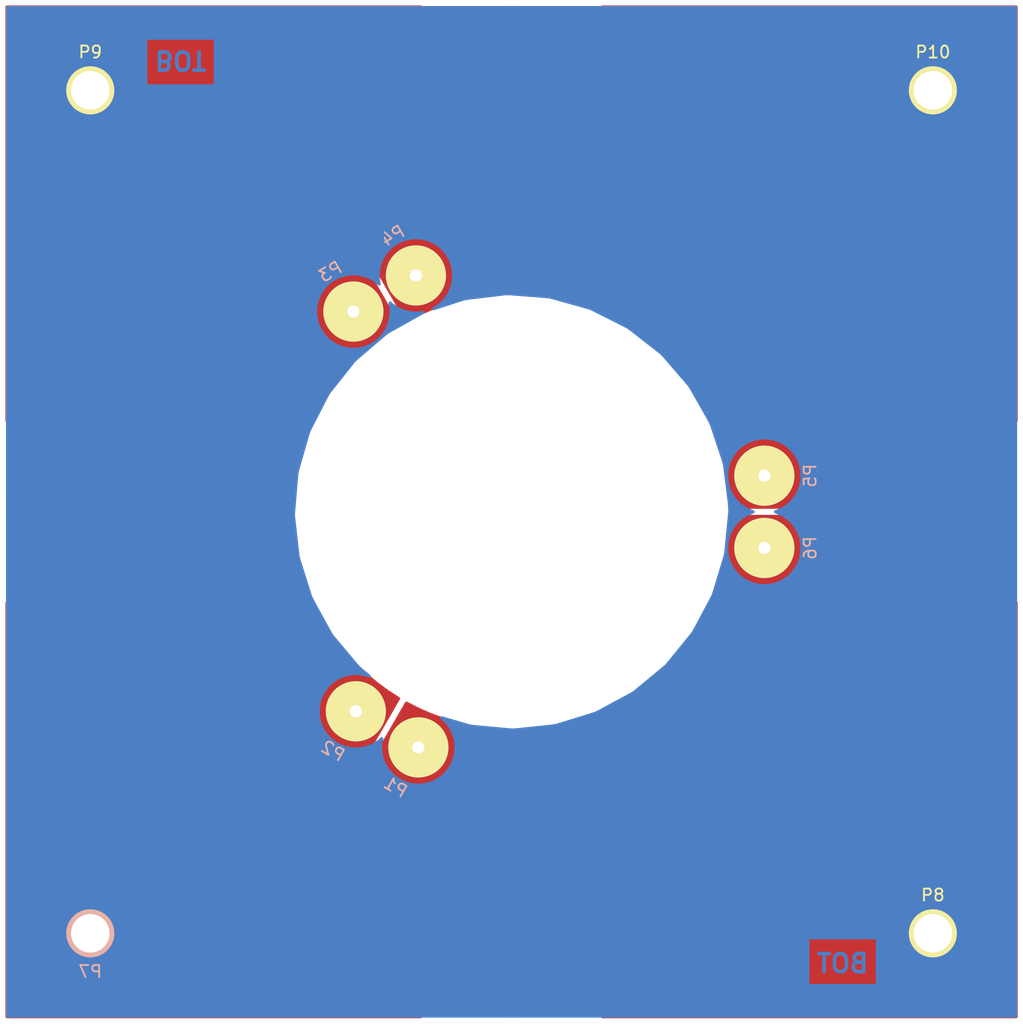
<source format=kicad_pcb>
(kicad_pcb (version 4) (host pcbnew 4.0.2-stable)

  (general
    (links 3)
    (no_connects 0)
    (area 57.499499 57.499499 142.500501 142.515779)
    (thickness 1.6)
    (drawings 14)
    (tracks 0)
    (zones 0)
    (modules 10)
    (nets 8)
  )

  (page A4)
  (layers
    (0 F.Cu signal)
    (31 B.Cu signal)
    (32 B.Adhes user)
    (33 F.Adhes user)
    (34 B.Paste user)
    (35 F.Paste user)
    (36 B.SilkS user)
    (37 F.SilkS user)
    (38 B.Mask user)
    (39 F.Mask user)
    (40 Dwgs.User user)
    (41 Cmts.User user)
    (42 Eco1.User user)
    (43 Eco2.User user)
    (44 Edge.Cuts user)
    (45 Margin user)
    (46 B.CrtYd user)
    (47 F.CrtYd user)
    (48 B.Fab user)
    (49 F.Fab user)
  )

  (setup
    (last_trace_width 0.3)
    (user_trace_width 0.25)
    (user_trace_width 0.3)
    (user_trace_width 0.4)
    (user_trace_width 0.5)
    (user_trace_width 2)
    (trace_clearance 0.2)
    (zone_clearance 0.5)
    (zone_45_only yes)
    (trace_min 0.25)
    (segment_width 0.2)
    (edge_width 0.15)
    (via_size 1.5)
    (via_drill 0.2)
    (via_min_size 1)
    (via_min_drill 0.2)
    (user_via 1.5 0.3)
    (blind_buried_vias_allowed yes)
    (uvia_size 0.3)
    (uvia_drill 0.1)
    (uvias_allowed no)
    (uvia_min_size 0.2)
    (uvia_min_drill 0.1)
    (pcb_text_width 0.3)
    (pcb_text_size 1.5 1.5)
    (mod_edge_width 0.15)
    (mod_text_size 1 1)
    (mod_text_width 0.15)
    (pad_size 1 1)
    (pad_drill 0)
    (pad_to_mask_clearance 0.062)
    (solder_mask_min_width 0.125)
    (aux_axis_origin 0 0)
    (grid_origin 100 100)
    (visible_elements FFFFFF7F)
    (pcbplotparams
      (layerselection 0x010c0_80000001)
      (usegerberextensions true)
      (excludeedgelayer true)
      (linewidth 0.100000)
      (plotframeref false)
      (viasonmask false)
      (mode 1)
      (useauxorigin false)
      (hpglpennumber 1)
      (hpglpenspeed 20)
      (hpglpendiameter 15)
      (hpglpenoverlay 2)
      (psnegative false)
      (psa4output false)
      (plotreference true)
      (plotvalue false)
      (plotinvisibletext false)
      (padsonsilk false)
      (subtractmaskfromsilk false)
      (outputformat 1)
      (mirror false)
      (drillshape 0)
      (scaleselection 1)
      (outputdirectory gerber))
  )

  (net 0 "")
  (net 1 GND)
  (net 2 /SENSOR1)
  (net 3 /SENSOR2)
  (net 4 /SENSOR3)
  (net 5 /SENSOR4)
  (net 6 /SENSOR5)
  (net 7 /SENSOR6)

  (net_class Default "This is the default net class."
    (clearance 0.2)
    (trace_width 0.3)
    (via_dia 1.5)
    (via_drill 0.2)
    (uvia_dia 0.3)
    (uvia_drill 0.1)
    (add_net /SENSOR1)
    (add_net /SENSOR2)
    (add_net /SENSOR3)
    (add_net /SENSOR4)
    (add_net /SENSOR5)
    (add_net /SENSOR6)
    (add_net GND)
  )

  (module SCUBE:plate_hole (layer F.Cu) (tedit 57AD9F33) (tstamp 57ADA3FB)
    (at 92.25833 119.562178 150)
    (path /57ADA033)
    (fp_text reference P1 (at 0 -3.81 150) (layer B.SilkS)
      (effects (font (size 1 1) (thickness 0.15)) (justify mirror))
    )
    (fp_text value CONN_01X01 (at 0 -5.08 150) (layer B.Fab)
      (effects (font (size 1 1) (thickness 0.15)) (justify mirror))
    )
    (pad 1 thru_hole circle (at 0 0 150) (size 5 5) (drill 1.016) (layers *.Cu F.SilkS B.Mask)
      (net 2 /SENSOR1))
  )

  (module SCUBE:plate_hole (layer F.Cu) (tedit 57AD9F33) (tstamp 57ADA400)
    (at 87.062178 116.562178 150)
    (path /57ADA08D)
    (fp_text reference P2 (at 0 -3.81 150) (layer B.SilkS)
      (effects (font (size 1 1) (thickness 0.15)) (justify mirror))
    )
    (fp_text value CONN_01X01 (at 0 -5.08 150) (layer B.Fab)
      (effects (font (size 1 1) (thickness 0.15)) (justify mirror))
    )
    (pad 1 thru_hole circle (at 0 0 150) (size 5 5) (drill 1.016) (layers *.Cu F.SilkS B.Mask)
      (net 3 /SENSOR2))
  )

  (module SCUBE:plate_hole (layer F.Cu) (tedit 57AD9F33) (tstamp 57ADA405)
    (at 86.857695 83.370835 30)
    (path /57ADA0AB)
    (fp_text reference P3 (at 0 -3.81 30) (layer B.SilkS)
      (effects (font (size 1 1) (thickness 0.15)) (justify mirror))
    )
    (fp_text value CONN_01X01 (at 0 -5.08 30) (layer B.Fab)
      (effects (font (size 1 1) (thickness 0.15)) (justify mirror))
    )
    (pad 1 thru_hole circle (at 0 0 30) (size 5 5) (drill 1.016) (layers *.Cu F.SilkS B.Mask)
      (net 4 /SENSOR3))
  )

  (module SCUBE:plate_hole (layer F.Cu) (tedit 57AD9F33) (tstamp 57ADA40A)
    (at 92.053848 80.370835 30)
    (path /57ADA0DC)
    (fp_text reference P4 (at 0 -3.81 30) (layer B.SilkS)
      (effects (font (size 1 1) (thickness 0.15)) (justify mirror))
    )
    (fp_text value CONN_01X01 (at 0 -5.08 30) (layer B.Fab)
      (effects (font (size 1 1) (thickness 0.15)) (justify mirror))
    )
    (pad 1 thru_hole circle (at 0 0 30) (size 5 5) (drill 1.016) (layers *.Cu F.SilkS B.Mask)
      (net 5 /SENSOR4))
  )

  (module SCUBE:plate_hole (layer F.Cu) (tedit 57AD9F33) (tstamp 57ADA40F)
    (at 121 97 270)
    (path /57ADA0F8)
    (fp_text reference P5 (at 0 -3.81 270) (layer B.SilkS)
      (effects (font (size 1 1) (thickness 0.15)) (justify mirror))
    )
    (fp_text value CONN_01X01 (at 0 -5.08 270) (layer B.Fab)
      (effects (font (size 1 1) (thickness 0.15)) (justify mirror))
    )
    (pad 1 thru_hole circle (at 0 0 270) (size 5 5) (drill 1.016) (layers *.Cu F.SilkS B.Mask)
      (net 6 /SENSOR5))
  )

  (module SCUBE:plate_hole (layer F.Cu) (tedit 57AD9F33) (tstamp 57ADA414)
    (at 121 103 270)
    (path /57ADA131)
    (fp_text reference P6 (at 0 -3.81 270) (layer B.SilkS)
      (effects (font (size 1 1) (thickness 0.15)) (justify mirror))
    )
    (fp_text value CONN_01X01 (at 0 -5.08 270) (layer B.Fab)
      (effects (font (size 1 1) (thickness 0.15)) (justify mirror))
    )
    (pad 1 thru_hole circle (at 0 0 270) (size 5 5) (drill 1.016) (layers *.Cu F.SilkS B.Mask)
      (net 7 /SENSOR6))
  )

  (module SCUBE:M3_PTH (layer B.Cu) (tedit 57ADC4E8) (tstamp 57ADC925)
    (at 65 135)
    (path /57ADA50A)
    (fp_text reference P7 (at 0 3.175) (layer B.SilkS)
      (effects (font (size 1 1) (thickness 0.15)) (justify mirror))
    )
    (fp_text value M3 (at 0 4.445) (layer B.Fab)
      (effects (font (size 1 1) (thickness 0.15)) (justify mirror))
    )
    (pad 1 thru_hole circle (at 0 0) (size 4 4) (drill 3.2) (layers *.Cu *.Mask B.SilkS)
      (net 1 GND))
  )

  (module SCUBE:M3_PTH (layer F.Cu) (tedit 57ADC4E8) (tstamp 57ADC92D)
    (at 135 135)
    (path /57ADC6AB)
    (fp_text reference P8 (at 0 -3.175) (layer F.SilkS)
      (effects (font (size 1 1) (thickness 0.15)))
    )
    (fp_text value M3 (at 0 -4.445) (layer F.Fab)
      (effects (font (size 1 1) (thickness 0.15)))
    )
    (pad 1 thru_hole circle (at 0 0) (size 4 4) (drill 3.2) (layers *.Cu *.Mask F.SilkS)
      (net 1 GND))
  )

  (module SCUBE:M3_PTH (layer F.Cu) (tedit 57ADC4E8) (tstamp 57ADC932)
    (at 65 65)
    (path /57ADC6D7)
    (fp_text reference P9 (at 0 -3.175) (layer F.SilkS)
      (effects (font (size 1 1) (thickness 0.15)))
    )
    (fp_text value M3 (at 0 -4.445) (layer F.Fab)
      (effects (font (size 1 1) (thickness 0.15)))
    )
    (pad 1 thru_hole circle (at 0 0) (size 4 4) (drill 3.2) (layers *.Cu *.Mask F.SilkS)
      (net 1 GND))
  )

  (module SCUBE:M3_PTH (layer F.Cu) (tedit 57ADC4E8) (tstamp 57ADC937)
    (at 135 65)
    (path /57ADC718)
    (fp_text reference P10 (at 0 -3.175) (layer F.SilkS)
      (effects (font (size 1 1) (thickness 0.15)))
    )
    (fp_text value M3 (at 0 -4.445) (layer F.Fab)
      (effects (font (size 1 1) (thickness 0.15)))
    )
    (pad 1 thru_hole circle (at 0 0) (size 4 4) (drill 3.2) (layers *.Cu *.Mask F.SilkS)
      (net 1 GND))
  )

  (gr_text BOT (at 72.5 62.5 180) (layer B.Cu) (tstamp 57ADABFA)
    (effects (font (size 1.5 1.5) (thickness 0.3)) (justify mirror))
  )
  (gr_text TOP (at 65 60 180) (layer F.Cu) (tstamp 57ADABF9)
    (effects (font (size 1.5 1.5) (thickness 0.3)))
  )
  (gr_text 3 (at 66.5 60 180) (layer In2.Cu) (tstamp 578FAAFE)
    (effects (font (size 1.5 1.5) (thickness 0.3)))
  )
  (gr_text 2 (at 68.5 60 180) (layer In1.Cu) (tstamp 578FAAFD)
    (effects (font (size 1.5 1.5) (thickness 0.3)))
  )
  (gr_text BOT (at 127.5 137.5) (layer B.Cu)
    (effects (font (size 1.5 1.5) (thickness 0.3)) (justify mirror))
  )
  (gr_text 3 (at 133.5 140) (layer In2.Cu)
    (effects (font (size 1.5 1.5) (thickness 0.3)))
  )
  (gr_text 2 (at 131.5 140) (layer In1.Cu)
    (effects (font (size 1.5 1.5) (thickness 0.3)))
  )
  (gr_text TOP (at 135 140) (layer F.Cu)
    (effects (font (size 1.5 1.5) (thickness 0.3)))
  )
  (gr_circle (center 100 100) (end 118 100) (layer B.Mask) (width 3))
  (gr_circle (center 100 100) (end 117.5 100) (layer Edge.Cuts) (width 0.001))
  (gr_line (start 57.5 142.5) (end 57.5 57.5) (layer Edge.Cuts) (width 0.001))
  (gr_line (start 142.5 142.5) (end 57.5 142.5) (layer Edge.Cuts) (width 0.001))
  (gr_line (start 142.5 57.5) (end 142.5 142.5) (layer Edge.Cuts) (width 0.001))
  (gr_line (start 57.5 57.5) (end 142.5 57.5) (layer Edge.Cuts) (width 0.001))

  (zone (net 2) (net_name /SENSOR1) (layer F.Cu) (tstamp 0) (hatch edge 0.508)
    (connect_pads yes (clearance 0.45))
    (min_thickness 0.254)
    (fill yes (arc_segments 16) (thermal_gap 0.508) (thermal_bridge_width 0.508))
    (polygon
      (pts
        (xy 120.783125 136.49742) (xy 118.379685 137.764893) (xy 115.899319 138.874306) (xy 113.352408 139.821014) (xy 110.749613 140.601057)
        (xy 108.101826 141.211169) (xy 105.420129 141.648796) (xy 102.715748 141.912107) (xy 100 142) (xy 97.284252 141.912107)
        (xy 94.579871 141.648796) (xy 91.898174 141.211169) (xy 89.250387 140.601057) (xy 86.647592 139.821014) (xy 84.100681 138.874306)
        (xy 81.620315 137.764893) (xy 79.216875 136.49742) (xy 91.217353 115.711942) (xy 92.235565 116.239259) (xy 93.285285 116.700677)
        (xy 94.362254 117.094321) (xy 95.462102 117.418596) (xy 96.580364 117.672184) (xy 97.712504 117.854057) (xy 98.853927 117.963477)
        (xy 100 118) (xy 101.146073 117.963477) (xy 102.287496 117.854057) (xy 103.419636 117.672184) (xy 104.537898 117.418596)
        (xy 105.637746 117.094321) (xy 106.714715 116.700677) (xy 107.764435 116.239259) (xy 108.782647 115.711942)
      )
    )
    (filled_polygon
      (pts
        (xy 120.60716 136.446639) (xy 118.32409 137.650634) (xy 115.851212 138.756698) (xy 113.312011 139.70054) (xy 110.717095 140.478222)
        (xy 108.077315 141.086489) (xy 105.403725 141.522793) (xy 102.707543 141.785306) (xy 100 141.872933) (xy 97.292457 141.785306)
        (xy 94.596275 141.522793) (xy 91.922685 141.086489) (xy 89.282905 140.478222) (xy 86.687989 139.70054) (xy 84.148788 138.756698)
        (xy 81.67591 137.650634) (xy 79.39284 136.446639) (xy 91.266679 115.880508) (xy 92.177161 116.352033) (xy 92.18446 116.355523)
        (xy 93.23418 116.816941) (xy 93.241686 116.819959) (xy 94.318655 117.213603) (xy 94.326338 117.216137) (xy 95.426186 117.540412)
        (xy 95.434015 117.542451) (xy 96.552277 117.796039) (xy 96.56022 117.797576) (xy 97.69236 117.979449) (xy 97.700385 117.980477)
        (xy 98.841808 118.089897) (xy 98.849882 118.090413) (xy 99.995955 118.126936) (xy 100.004045 118.126936) (xy 101.150118 118.090413)
        (xy 101.158192 118.089897) (xy 102.299615 117.980477) (xy 102.30764 117.979449) (xy 103.43978 117.797576) (xy 103.447723 117.796039)
        (xy 104.565985 117.542451) (xy 104.573814 117.540412) (xy 105.673662 117.216137) (xy 105.681345 117.213603) (xy 106.758314 116.819959)
        (xy 106.76582 116.816941) (xy 107.81554 116.355523) (xy 107.822839 116.352033) (xy 108.733321 115.880508)
      )
    )
  )
  (zone (net 3) (net_name /SENSOR2) (layer F.Cu) (tstamp 0) (hatch edge 0.508)
    (connect_pads yes (clearance 0.45))
    (min_thickness 0.254)
    (fill yes (arc_segments 16) (thermal_gap 0.508) (thermal_bridge_width 0.508))
    (polygon
      (pts
        (xy 78.783869 136.247425) (xy 76.484486 134.799721) (xy 74.283523 133.206367) (xy 72.190194 131.474032) (xy 70.21326 129.609966)
        (xy 68.360994 127.621971) (xy 66.641149 125.518368) (xy 65.060925 123.30796) (xy 63.626933 121) (xy 62.345177 118.604147)
        (xy 61.22102 116.130428) (xy 60.259168 113.589197) (xy 59.463647 110.991091) (xy 58.837786 108.346982) (xy 58.384204 105.667939)
        (xy 58.1048 102.965172) (xy 58.000744 100.249996) (xy 82.001736 100.249976) (xy 82.054171 101.395432) (xy 82.179432 102.535225)
        (xy 82.377011 103.664729) (xy 82.646104 104.779362) (xy 82.985622 105.874601) (xy 83.394185 106.945999) (xy 83.870136 107.98921)
        (xy 84.411543 109) (xy 85.016209 109.974267) (xy 85.681681 110.908058) (xy 86.405258 111.797584) (xy 87.184003 112.639233)
        (xy 88.014756 113.429592) (xy 88.894147 114.165452) (xy 89.818606 114.843828) (xy 90.784382 115.461966)
      )
    )
    (filled_polygon
      (pts
        (xy 81.927304 101.40124) (xy 81.927931 101.409306) (xy 82.053192 102.549099) (xy 82.054332 102.557108) (xy 82.251911 103.686612)
        (xy 82.253558 103.694533) (xy 82.522651 104.809166) (xy 82.524799 104.816966) (xy 82.864317 105.912205) (xy 82.866957 105.919852)
        (xy 83.27552 106.99125) (xy 83.278642 106.998714) (xy 83.754593 108.041925) (xy 83.758184 108.049175) (xy 84.299591 109.059965)
        (xy 84.303636 109.066971) (xy 84.908302 110.041238) (xy 84.912785 110.047973) (xy 85.578257 110.981764) (xy 85.58316 110.988199)
        (xy 86.306737 111.877725) (xy 86.31204 111.883835) (xy 87.090785 112.725484) (xy 87.096465 112.731245) (xy 87.927218 113.521604)
        (xy 87.933254 113.526991) (xy 88.812645 114.262851) (xy 88.819012 114.267842) (xy 89.743471 114.946218) (xy 89.750143 114.950794)
        (xy 90.613737 115.503531) (xy 78.739864 136.069644) (xy 76.555634 134.694441) (xy 74.361323 133.105903) (xy 72.274331 131.378812)
        (xy 70.303373 129.520381) (xy 68.456713 127.538403) (xy 66.742071 125.441164) (xy 65.166637 123.237455) (xy 63.736973 120.936462)
        (xy 62.459096 118.547858) (xy 61.338345 116.081634) (xy 60.379398 113.54808) (xy 59.586285 110.957836) (xy 58.962318 108.321729)
        (xy 58.510109 105.650795) (xy 58.23155 102.956201) (xy 58.132705 100.376996) (xy 81.880417 100.376976)
      )
    )
  )
  (zone (net 4) (net_name /SENSOR3) (layer F.Cu) (tstamp 0) (hatch edge 0.508)
    (connect_pads yes (clearance 0.45))
    (min_thickness 0.254)
    (fill yes (arc_segments 16) (thermal_gap 0.508) (thermal_bridge_width 0.508))
    (polygon
      (pts
        (xy 58.000744 99.750004) (xy 58.1048 97.034828) (xy 58.384204 94.332061) (xy 58.837786 91.653018) (xy 59.463647 89.008909)
        (xy 60.259168 86.410803) (xy 61.22102 83.869572) (xy 62.345177 81.395853) (xy 63.626933 79) (xy 65.060925 76.69204)
        (xy 66.641149 74.481632) (xy 68.360994 72.378029) (xy 70.21326 70.390034) (xy 72.190194 68.525968) (xy 74.283523 66.793633)
        (xy 76.484486 65.200279) (xy 78.783869 63.752575) (xy 90.784382 84.538034) (xy 89.818606 85.156172) (xy 88.894147 85.834548)
        (xy 88.014756 86.570408) (xy 87.184003 87.360767) (xy 86.405258 88.202416) (xy 85.681681 89.091942) (xy 85.016209 90.025733)
        (xy 84.411543 91) (xy 83.870136 92.01079) (xy 83.394185 93.054001) (xy 82.985622 94.125399) (xy 82.646104 95.220638)
        (xy 82.377011 96.335271) (xy 82.179432 97.464775) (xy 82.054171 98.604568) (xy 82.001736 99.750024)
      )
    )
    (filled_polygon
      (pts
        (xy 90.613737 84.496469) (xy 89.750143 85.049206) (xy 89.743471 85.053782) (xy 88.819012 85.732158) (xy 88.812645 85.737149)
        (xy 87.933254 86.473009) (xy 87.927218 86.478396) (xy 87.096465 87.268755) (xy 87.090785 87.274516) (xy 86.31204 88.116165)
        (xy 86.306737 88.122275) (xy 85.58316 89.011801) (xy 85.578257 89.018236) (xy 84.912785 89.952027) (xy 84.908302 89.958762)
        (xy 84.303636 90.933029) (xy 84.299591 90.940035) (xy 83.758184 91.950825) (xy 83.754593 91.958075) (xy 83.278642 93.001286)
        (xy 83.27552 93.00875) (xy 82.866957 94.080148) (xy 82.864317 94.087795) (xy 82.524799 95.183034) (xy 82.522651 95.190834)
        (xy 82.253558 96.305467) (xy 82.251911 96.313388) (xy 82.054332 97.442892) (xy 82.053192 97.450901) (xy 81.927931 98.590694)
        (xy 81.927304 98.59876) (xy 81.880417 99.623024) (xy 58.132705 99.623004) (xy 58.23155 97.043799) (xy 58.510109 94.349205)
        (xy 58.962318 91.678271) (xy 59.586285 89.042164) (xy 60.379398 86.45192) (xy 61.338345 83.918366) (xy 62.459096 81.452142)
        (xy 63.736973 79.063538) (xy 65.166637 76.762545) (xy 66.742071 74.558836) (xy 68.456713 72.461597) (xy 70.303373 70.479619)
        (xy 72.274331 68.621188) (xy 74.361323 66.894097) (xy 76.555634 65.305559) (xy 78.739864 63.930356)
      )
    )
  )
  (zone (net 5) (net_name /SENSOR4) (layer F.Cu) (tstamp 0) (hatch edge 0.508)
    (connect_pads yes (clearance 0.45))
    (min_thickness 0.254)
    (fill yes (arc_segments 16) (thermal_gap 0.508) (thermal_bridge_width 0.508))
    (polygon
      (pts
        (xy 79.216875 63.50258) (xy 81.620315 62.235107) (xy 84.100681 61.125694) (xy 86.647592 60.178986) (xy 89.250387 59.398943)
        (xy 91.898174 58.788831) (xy 94.579871 58.351204) (xy 97.284252 58.087893) (xy 100 58) (xy 102.715748 58.087893)
        (xy 105.420129 58.351204) (xy 108.101826 58.788831) (xy 110.749613 59.398943) (xy 113.352408 60.178986) (xy 115.899319 61.125694)
        (xy 118.379685 62.235107) (xy 120.783125 63.50258) (xy 108.782647 84.288058) (xy 107.764435 83.760741) (xy 106.714715 83.299323)
        (xy 105.637746 82.905679) (xy 104.537898 82.581404) (xy 103.419636 82.327816) (xy 102.287496 82.145943) (xy 101.146073 82.036523)
        (xy 100 82) (xy 98.853927 82.036523) (xy 97.712504 82.145943) (xy 96.580364 82.327816) (xy 95.462102 82.581404)
        (xy 94.362254 82.905679) (xy 93.285285 83.299323) (xy 92.235565 83.760741) (xy 91.217353 84.288058)
      )
    )
    (filled_polygon
      (pts
        (xy 102.707543 58.214694) (xy 105.403725 58.477207) (xy 108.077315 58.913511) (xy 110.717095 59.521778) (xy 113.312011 60.29946)
        (xy 115.851212 61.243302) (xy 118.32409 62.349366) (xy 120.60716 63.553361) (xy 108.733321 84.119492) (xy 107.822839 83.647967)
        (xy 107.81554 83.644477) (xy 106.76582 83.183059) (xy 106.758314 83.180041) (xy 105.681345 82.786397) (xy 105.673662 82.783863)
        (xy 104.573814 82.459588) (xy 104.565985 82.457549) (xy 103.447723 82.203961) (xy 103.43978 82.202424) (xy 102.30764 82.020551)
        (xy 102.299615 82.019523) (xy 101.158192 81.910103) (xy 101.150118 81.909587) (xy 100.004045 81.873064) (xy 99.995955 81.873064)
        (xy 98.849882 81.909587) (xy 98.841808 81.910103) (xy 97.700385 82.019523) (xy 97.69236 82.020551) (xy 96.56022 82.202424)
        (xy 96.552277 82.203961) (xy 95.434015 82.457549) (xy 95.426186 82.459588) (xy 94.326338 82.783863) (xy 94.318655 82.786397)
        (xy 93.241686 83.180041) (xy 93.23418 83.183059) (xy 92.18446 83.644477) (xy 92.177161 83.647967) (xy 91.266679 84.119492)
        (xy 79.39284 63.553361) (xy 81.67591 62.349366) (xy 84.148788 61.243302) (xy 86.687989 60.29946) (xy 89.282905 59.521778)
        (xy 91.922685 58.913511) (xy 94.596275 58.477207) (xy 97.292457 58.214694) (xy 100 58.127067)
      )
    )
  )
  (zone (net 6) (net_name /SENSOR5) (layer F.Cu) (tstamp 0) (hatch edge 0.508)
    (connect_pads yes (clearance 0.45))
    (min_thickness 0.254)
    (fill yes (arc_segments 16) (thermal_gap 0.508) (thermal_bridge_width 0.508))
    (polygon
      (pts
        (xy 121.216131 63.752575) (xy 123.515514 65.200279) (xy 125.716477 66.793633) (xy 127.809806 68.525968) (xy 129.78674 70.390034)
        (xy 131.639006 72.378029) (xy 133.358851 74.481632) (xy 134.939075 76.69204) (xy 136.373067 79) (xy 137.654823 81.395853)
        (xy 138.77898 83.869572) (xy 139.740832 86.410803) (xy 140.536353 89.008909) (xy 141.162214 91.653018) (xy 141.615796 94.332061)
        (xy 141.8952 97.034828) (xy 141.999256 99.750004) (xy 117.998264 99.750024) (xy 117.945829 98.604568) (xy 117.820568 97.464775)
        (xy 117.622989 96.335271) (xy 117.353896 95.220638) (xy 117.014378 94.125399) (xy 116.605815 93.054001) (xy 116.129864 92.01079)
        (xy 115.588457 91) (xy 114.983791 90.025733) (xy 114.318319 89.091942) (xy 113.594742 88.202416) (xy 112.815997 87.360767)
        (xy 111.985244 86.570408) (xy 111.105853 85.834548) (xy 110.181394 85.156172) (xy 109.215618 84.538034)
      )
    )
    (filled_polygon
      (pts
        (xy 123.444366 65.305559) (xy 125.638677 66.894097) (xy 127.725669 68.621188) (xy 129.696627 70.479619) (xy 131.543287 72.461597)
        (xy 133.257929 74.558836) (xy 134.833363 76.762545) (xy 136.263027 79.063538) (xy 137.540904 81.452142) (xy 138.661655 83.918366)
        (xy 139.620602 86.45192) (xy 140.413715 89.042164) (xy 141.037682 91.678271) (xy 141.489891 94.349205) (xy 141.76845 97.043799)
        (xy 141.867295 99.623004) (xy 118.119583 99.623024) (xy 118.072696 98.59876) (xy 118.072069 98.590694) (xy 117.946808 97.450901)
        (xy 117.945668 97.442892) (xy 117.748089 96.313388) (xy 117.746442 96.305467) (xy 117.477349 95.190834) (xy 117.475201 95.183034)
        (xy 117.135683 94.087795) (xy 117.133043 94.080148) (xy 116.72448 93.00875) (xy 116.721358 93.001286) (xy 116.245407 91.958075)
        (xy 116.241816 91.950825) (xy 115.700409 90.940035) (xy 115.696364 90.933029) (xy 115.091698 89.958762) (xy 115.087215 89.952027)
        (xy 114.421743 89.018236) (xy 114.41684 89.011801) (xy 113.693263 88.122275) (xy 113.68796 88.116165) (xy 112.909215 87.274516)
        (xy 112.903535 87.268755) (xy 112.072782 86.478396) (xy 112.066746 86.473009) (xy 111.187355 85.737149) (xy 111.180988 85.732158)
        (xy 110.256529 85.053782) (xy 110.249857 85.049206) (xy 109.386263 84.496469) (xy 121.260136 63.930356)
      )
    )
  )
  (zone (net 7) (net_name /SENSOR6) (layer F.Cu) (tstamp 0) (hatch edge 0.508)
    (connect_pads yes (clearance 0.45))
    (min_thickness 0.254)
    (fill yes (arc_segments 16) (thermal_gap 0.508) (thermal_bridge_width 0.508))
    (polygon
      (pts
        (xy 141.999256 100.249996) (xy 141.8952 102.965172) (xy 141.615796 105.667939) (xy 141.162214 108.346982) (xy 140.536353 110.991091)
        (xy 139.740832 113.589197) (xy 138.77898 116.130428) (xy 137.654823 118.604147) (xy 136.373067 121) (xy 134.939075 123.30796)
        (xy 133.358851 125.518368) (xy 131.639006 127.621971) (xy 129.78674 129.609966) (xy 127.809806 131.474032) (xy 125.716477 133.206367)
        (xy 123.515514 134.799721) (xy 121.216131 136.247425) (xy 109.215618 115.461966) (xy 110.181394 114.843828) (xy 111.105853 114.165452)
        (xy 111.985244 113.429592) (xy 112.815997 112.639233) (xy 113.594742 111.797584) (xy 114.318319 110.908058) (xy 114.983791 109.974267)
        (xy 115.588457 109) (xy 116.129864 107.98921) (xy 116.605815 106.945999) (xy 117.014378 105.874601) (xy 117.353896 104.779362)
        (xy 117.622989 103.664729) (xy 117.820568 102.535225) (xy 117.945829 101.395432) (xy 117.998264 100.249976)
      )
    )
    (filled_polygon
      (pts
        (xy 141.867295 100.376996) (xy 141.76845 102.956201) (xy 141.489891 105.650795) (xy 141.037682 108.321729) (xy 140.413715 110.957836)
        (xy 139.620602 113.54808) (xy 138.661655 116.081634) (xy 137.540904 118.547858) (xy 136.263027 120.936462) (xy 134.833363 123.237455)
        (xy 133.257929 125.441164) (xy 131.543287 127.538403) (xy 129.696627 129.520381) (xy 127.725669 131.378812) (xy 125.638677 133.105903)
        (xy 123.444366 134.694441) (xy 121.260136 136.069644) (xy 109.386263 115.503531) (xy 110.249857 114.950794) (xy 110.256529 114.946218)
        (xy 111.180988 114.267842) (xy 111.187355 114.262851) (xy 112.066746 113.526991) (xy 112.072782 113.521604) (xy 112.903535 112.731245)
        (xy 112.909215 112.725484) (xy 113.68796 111.883835) (xy 113.693263 111.877725) (xy 114.41684 110.988199) (xy 114.421743 110.981764)
        (xy 115.087215 110.047973) (xy 115.091698 110.041238) (xy 115.696364 109.066971) (xy 115.700409 109.059965) (xy 116.241816 108.049175)
        (xy 116.245407 108.041925) (xy 116.721358 106.998714) (xy 116.72448 106.99125) (xy 117.133043 105.919852) (xy 117.135683 105.912205)
        (xy 117.475201 104.816966) (xy 117.477349 104.809166) (xy 117.746442 103.694533) (xy 117.748089 103.686612) (xy 117.945668 102.557108)
        (xy 117.946808 102.549099) (xy 118.072069 101.409306) (xy 118.072696 101.40124) (xy 118.119583 100.376976)
      )
    )
  )
  (zone (net 1) (net_name GND) (layer B.Cu) (tstamp 0) (hatch edge 0.508)
    (connect_pads yes (clearance 0.5))
    (min_thickness 0.254)
    (fill yes (arc_segments 32) (thermal_gap 0.508) (thermal_bridge_width 0.508))
    (polygon
      (pts
        (xy 57.5 142.5) (xy 57.5 57.5) (xy 142.5 57.5) (xy 142.5 142.5)
      )
    )
    (filled_polygon
      (pts
        (xy 141.8725 141.8725) (xy 58.1275 141.8725) (xy 58.1275 135.373) (xy 124.615857 135.373) (xy 124.615857 139.327)
        (xy 130.384143 139.327) (xy 130.384143 135.373) (xy 124.615857 135.373) (xy 58.1275 135.373) (xy 58.1275 100.253099)
        (xy 81.874267 100.253099) (xy 82.268629 103.768919) (xy 83.338374 107.141182) (xy 85.042755 110.241439) (xy 87.316853 112.951604)
        (xy 88.165108 113.633618) (xy 87.991331 113.560569) (xy 87.39062 113.437261) (xy 86.777399 113.43298) (xy 86.175024 113.547889)
        (xy 85.606442 113.777611) (xy 85.093307 114.113397) (xy 84.655167 114.542456) (xy 84.308708 115.048445) (xy 84.067129 115.612092)
        (xy 83.93963 116.211928) (xy 83.931068 116.825105) (xy 84.041769 117.428266) (xy 84.267516 117.998439) (xy 84.599711 118.513905)
        (xy 85.025701 118.95503) (xy 85.52926 119.305013) (xy 86.091206 119.550521) (xy 86.690137 119.682205) (xy 87.303239 119.695047)
        (xy 87.907159 119.58856) (xy 88.478894 119.366799) (xy 88.996666 119.03821) (xy 89.217383 118.828024) (xy 89.135782 119.211928)
        (xy 89.12722 119.825105) (xy 89.237921 120.428266) (xy 89.463668 120.998439) (xy 89.795863 121.513905) (xy 90.221853 121.95503)
        (xy 90.725412 122.305013) (xy 91.287358 122.550521) (xy 91.886289 122.682205) (xy 92.499391 122.695047) (xy 93.103311 122.58856)
        (xy 93.675046 122.366799) (xy 94.192818 122.03821) (xy 94.636907 121.61531) (xy 94.990396 121.114208) (xy 95.239822 120.553988)
        (xy 95.375683 119.955991) (xy 95.385464 119.25556) (xy 95.266352 118.654003) (xy 95.032666 118.087037) (xy 94.693306 117.57626)
        (xy 94.261199 117.141125) (xy 94.198034 117.09852) (xy 96.603245 117.806412) (xy 100.126553 118.127058) (xy 103.64504 117.75725)
        (xy 107.024689 116.711074) (xy 110.136769 115.028379) (xy 112.862744 112.773257) (xy 115.09878 110.031605) (xy 116.759708 106.907853)
        (xy 117.782265 103.520983) (xy 118.1275 100) (xy 118.120432 99.49385) (xy 117.838602 97.262927) (xy 117.86889 97.262927)
        (xy 117.979591 97.866088) (xy 118.205338 98.436261) (xy 118.537533 98.951727) (xy 118.963523 99.392852) (xy 119.467082 99.742835)
        (xy 120.029028 99.988343) (xy 120.079089 99.99935) (xy 119.544264 100.215433) (xy 119.031129 100.551219) (xy 118.592989 100.980278)
        (xy 118.24653 101.486267) (xy 118.004951 102.049914) (xy 117.877452 102.64975) (xy 117.86889 103.262927) (xy 117.979591 103.866088)
        (xy 118.205338 104.436261) (xy 118.537533 104.951727) (xy 118.963523 105.392852) (xy 119.467082 105.742835) (xy 120.029028 105.988343)
        (xy 120.627959 106.120027) (xy 121.241061 106.132869) (xy 121.844981 106.026382) (xy 122.416716 105.804621) (xy 122.934488 105.476032)
        (xy 123.378577 105.053132) (xy 123.732066 104.55203) (xy 123.981492 103.99181) (xy 124.117353 103.393813) (xy 124.127134 102.693382)
        (xy 124.008022 102.091825) (xy 123.774336 101.524859) (xy 123.434976 101.014082) (xy 123.002869 100.578947) (xy 122.494473 100.23603)
        (xy 121.929153 99.998391) (xy 121.921301 99.996779) (xy 122.416716 99.804621) (xy 122.934488 99.476032) (xy 123.378577 99.053132)
        (xy 123.732066 98.55203) (xy 123.981492 97.99181) (xy 124.117353 97.393813) (xy 124.127134 96.693382) (xy 124.008022 96.091825)
        (xy 123.774336 95.524859) (xy 123.434976 95.014082) (xy 123.002869 94.578947) (xy 122.494473 94.23603) (xy 121.929153 93.998391)
        (xy 121.328442 93.875083) (xy 120.715221 93.870802) (xy 120.112846 93.985711) (xy 119.544264 94.215433) (xy 119.031129 94.551219)
        (xy 118.592989 94.980278) (xy 118.24653 95.486267) (xy 118.004951 96.049914) (xy 117.877452 96.64975) (xy 117.86889 97.262927)
        (xy 117.838602 97.262927) (xy 117.67702 95.98388) (xy 116.560295 92.626882) (xy 114.812794 89.550723) (xy 112.501078 86.872575)
        (xy 109.7132 84.694446) (xy 106.555349 83.0993) (xy 103.147807 82.147897) (xy 99.620366 81.876476) (xy 96.107385 82.295373)
        (xy 93.545886 83.127655) (xy 93.988336 82.846867) (xy 94.432425 82.423967) (xy 94.785914 81.922865) (xy 95.03534 81.362645)
        (xy 95.171201 80.764648) (xy 95.180982 80.064217) (xy 95.06187 79.46266) (xy 94.828184 78.895694) (xy 94.488824 78.384917)
        (xy 94.056717 77.949782) (xy 93.548321 77.606865) (xy 92.983001 77.369226) (xy 92.38229 77.245918) (xy 91.769069 77.241637)
        (xy 91.166694 77.356546) (xy 90.598112 77.586268) (xy 90.084977 77.922054) (xy 89.646837 78.351113) (xy 89.300378 78.857102)
        (xy 89.058799 79.420749) (xy 88.9313 80.020585) (xy 88.922738 80.633762) (xy 89.007985 81.098236) (xy 88.860564 80.949782)
        (xy 88.352168 80.606865) (xy 87.786848 80.369226) (xy 87.186137 80.245918) (xy 86.572916 80.241637) (xy 85.970541 80.356546)
        (xy 85.401959 80.586268) (xy 84.888824 80.922054) (xy 84.450684 81.351113) (xy 84.104225 81.857102) (xy 83.862646 82.420749)
        (xy 83.735147 83.020585) (xy 83.726585 83.633762) (xy 83.837286 84.236923) (xy 84.063033 84.807096) (xy 84.395228 85.322562)
        (xy 84.821218 85.763687) (xy 85.324777 86.11367) (xy 85.886723 86.359178) (xy 86.485654 86.490862) (xy 87.098756 86.503704)
        (xy 87.702676 86.397217) (xy 88.274411 86.175456) (xy 88.792183 85.846867) (xy 89.236272 85.423967) (xy 89.589761 84.922865)
        (xy 89.839187 84.362645) (xy 89.975048 83.764648) (xy 89.984829 83.064217) (xy 89.90158 82.643782) (xy 90.017371 82.763687)
        (xy 90.52093 83.11367) (xy 91.082876 83.359178) (xy 91.681807 83.490862) (xy 92.294909 83.503704) (xy 92.648265 83.441398)
        (xy 89.65439 85.114618) (xy 86.960168 87.40758) (xy 84.762629 90.180184) (xy 83.145477 93.326822) (xy 82.170308 96.727639)
        (xy 81.874267 100.253099) (xy 58.1275 100.253099) (xy 58.1275 60.673) (xy 69.615857 60.673) (xy 69.615857 64.627)
        (xy 75.384143 64.627) (xy 75.384143 60.673) (xy 69.615857 60.673) (xy 58.1275 60.673) (xy 58.1275 58.1275)
        (xy 141.8725 58.1275)
      )
    )
  )
  (zone (net 0) (net_name "") (layer B.Mask) (tstamp 0) (hatch edge 0.508)
    (connect_pads (clearance 0.45))
    (min_thickness 0.254)
    (fill yes (arc_segments 32) (thermal_gap 0.508) (thermal_bridge_width 0.508))
    (polygon
      (pts
        (xy 142.5 142.5) (xy 57.5 142.5) (xy 57.5 140) (xy 142.5 140)
      )
    )
    (filled_polygon
      (pts
        (xy 142.373 142.373) (xy 57.627 142.373) (xy 57.627 140.127) (xy 142.373 140.127)
      )
    )
  )
  (zone (net 0) (net_name "") (layer B.Mask) (tstamp 57ADAB9D) (hatch edge 0.508)
    (connect_pads (clearance 0.45))
    (min_thickness 0.254)
    (fill yes (arc_segments 32) (thermal_gap 0.508) (thermal_bridge_width 0.508))
    (polygon
      (pts
        (xy 60 57.515778) (xy 60 142.515778) (xy 57.5 142.515778) (xy 57.5 57.515778)
      )
    )
    (filled_polygon
      (pts
        (xy 59.873 142.388778) (xy 57.627 142.388778) (xy 57.627 57.642778) (xy 59.873 57.642778)
      )
    )
  )
  (zone (net 0) (net_name "") (layer B.Mask) (tstamp 57ADAB9E) (hatch edge 0.508)
    (connect_pads (clearance 0.45))
    (min_thickness 0.254)
    (fill yes (arc_segments 32) (thermal_gap 0.508) (thermal_bridge_width 0.508))
    (polygon
      (pts
        (xy 57.5 57.5) (xy 142.5 57.5) (xy 142.5 60) (xy 57.5 60)
      )
    )
    (filled_polygon
      (pts
        (xy 142.373 59.873) (xy 57.627 59.873) (xy 57.627 57.627) (xy 142.373 57.627)
      )
    )
  )
  (zone (net 0) (net_name "") (layer B.Mask) (tstamp 57ADAB9F) (hatch edge 0.508)
    (connect_pads (clearance 0.45))
    (min_thickness 0.254)
    (fill yes (arc_segments 32) (thermal_gap 0.508) (thermal_bridge_width 0.508))
    (polygon
      (pts
        (xy 140 142.5) (xy 140 57.5) (xy 142.5 57.5) (xy 142.5 142.5)
      )
    )
    (filled_polygon
      (pts
        (xy 142.373 142.373) (xy 140.127 142.373) (xy 140.127 57.627) (xy 142.373 57.627)
      )
    )
  )
  (zone (net 0) (net_name "") (layer B.Mask) (tstamp 0) (hatch edge 0.508)
    (connect_pads yes (clearance 0.45))
    (min_thickness 0.254)
    (fill yes (arc_segments 32) (thermal_gap 0.508) (thermal_bridge_width 0.508))
    (polygon
      (pts
        (xy 97.5 132.5) (xy 102.5 132.5) (xy 102.5 137.5) (xy 97.5 137.5)
      )
    )
    (filled_polygon
      (pts
        (xy 102.373 137.373) (xy 97.627 137.373) (xy 97.627 132.627) (xy 102.373 132.627)
      )
    )
  )
  (zone (net 0) (net_name "") (layer B.Mask) (tstamp 0) (hatch edge 0.508)
    (connect_pads yes (clearance 0.45))
    (min_thickness 0.254)
    (fill yes (arc_segments 32) (thermal_gap 0.508) (thermal_bridge_width 0.508))
    (polygon
      (pts
        (xy 132.5 97.5) (xy 137.5 97.5) (xy 137.5 102.5) (xy 132.5 102.5)
      )
    )
    (filled_polygon
      (pts
        (xy 137.373 102.373) (xy 132.627 102.373) (xy 132.627 97.627) (xy 137.373 97.627)
      )
    )
  )
  (zone (net 0) (net_name "") (layer B.Mask) (tstamp 57ADAC14) (hatch edge 0.508)
    (connect_pads yes (clearance 0.45))
    (min_thickness 0.254)
    (fill yes (arc_segments 32) (thermal_gap 0.508) (thermal_bridge_width 0.508))
    (polygon
      (pts
        (xy 62.5 97.5) (xy 67.5 97.5) (xy 67.5 102.5) (xy 62.5 102.5)
      )
    )
    (filled_polygon
      (pts
        (xy 67.373 102.373) (xy 62.627 102.373) (xy 62.627 97.627) (xy 67.373 97.627)
      )
    )
  )
  (zone (net 0) (net_name "") (layer B.Mask) (tstamp 57ADAC15) (hatch edge 0.508)
    (connect_pads yes (clearance 0.45))
    (min_thickness 0.254)
    (fill yes (arc_segments 32) (thermal_gap 0.508) (thermal_bridge_width 0.508))
    (polygon
      (pts
        (xy 97.5 62.5) (xy 102.5 62.5) (xy 102.5 67.5) (xy 97.5 67.5)
      )
    )
    (filled_polygon
      (pts
        (xy 102.373 67.373) (xy 97.627 67.373) (xy 97.627 62.627) (xy 102.373 62.627)
      )
    )
  )
  (zone (net 0) (net_name "") (layer F.Mask) (tstamp 0) (hatch edge 0.508)
    (connect_pads yes (clearance 0.5))
    (min_thickness 0.254)
    (fill yes (arc_segments 32) (thermal_gap 0.508) (thermal_bridge_width 0.508))
    (polygon
      (pts
        (xy 57.5 57.5) (xy 142.5 57.5) (xy 142.5 142.5) (xy 57.5 142.5)
      )
    )
    (filled_polygon
      (pts
        (xy 142.373 142.373) (xy 57.627 142.373) (xy 57.627 57.627) (xy 142.373 57.627)
      )
    )
  )
  (zone (net 1) (net_name GND) (layer F.Cu) (tstamp 0) (hatch edge 0.508)
    (connect_pads yes (clearance 0.45))
    (min_thickness 0.254)
    (fill yes (arc_segments 16) (thermal_gap 0.508) (thermal_bridge_width 0.508))
    (polygon
      (pts
        (xy 142.5 142.5) (xy 142.5 100) (xy 142.295351 104.165728) (xy 141.683374 108.291339) (xy 140.669964 112.337099)
        (xy 139.26488 116.264046) (xy 137.481654 120.034361) (xy 135.337459 123.611735) (xy 132.852944 126.961715) (xy 130.052038 130.052038)
        (xy 126.961715 132.852944) (xy 123.611735 135.337459) (xy 120.034361 137.481654) (xy 116.264046 139.26488) (xy 112.337099 140.669964)
        (xy 108.291339 141.683374) (xy 104.165728 142.295351) (xy 100 142.5)
      )
    )
    (filled_polygon
      (pts
        (xy 141.9225 141.9225) (xy 107.544813 141.9225) (xy 108.309974 141.808999) (xy 108.322197 141.806568) (xy 112.367957 140.793158)
        (xy 112.379884 140.78954) (xy 116.306831 139.384456) (xy 116.318345 139.379687) (xy 119.398251 137.923) (xy 132.165857 137.923)
        (xy 132.165857 141.777) (xy 137.834143 141.777) (xy 137.834143 137.923) (xy 132.165857 137.923) (xy 119.398251 137.923)
        (xy 120.08866 137.596461) (xy 120.099652 137.590586) (xy 123.677026 135.446391) (xy 123.687389 135.439466) (xy 127.037369 132.954951)
        (xy 127.047003 132.947045) (xy 130.137326 130.146139) (xy 130.146139 130.137326) (xy 132.947045 127.047003) (xy 132.954951 127.037369)
        (xy 135.439466 123.687389) (xy 135.446391 123.677026) (xy 137.590586 120.099652) (xy 137.596461 120.08866) (xy 139.379687 116.318345)
        (xy 139.384456 116.306831) (xy 140.78954 112.379884) (xy 140.793158 112.367957) (xy 141.806568 108.322197) (xy 141.808999 108.309974)
        (xy 141.9225 107.544813)
      )
    )
  )
  (zone (net 1) (net_name GND) (layer F.Cu) (tstamp 0) (hatch edge 0.508)
    (connect_pads yes (clearance 0.45))
    (min_thickness 0.254)
    (fill yes (arc_segments 16) (thermal_gap 0.508) (thermal_bridge_width 0.508))
    (polygon
      (pts
        (xy 57.5 142.5) (xy 100 142.5) (xy 95.834272 142.295351) (xy 91.708661 141.683374) (xy 87.662901 140.669964)
        (xy 83.735954 139.26488) (xy 79.965639 137.481654) (xy 76.388265 135.337459) (xy 73.038285 132.852944) (xy 69.947962 130.052038)
        (xy 67.147056 126.961715) (xy 64.662541 123.611735) (xy 62.518346 120.034361) (xy 60.73512 116.264046) (xy 59.330036 112.337099)
        (xy 58.316626 108.291339) (xy 57.704649 104.165728) (xy 57.5 100)
      )
    )
    (filled_polygon
      (pts
        (xy 58.191001 108.309974) (xy 58.193432 108.322197) (xy 59.206842 112.367957) (xy 59.21046 112.379884) (xy 60.615544 116.306831)
        (xy 60.620313 116.318345) (xy 62.403539 120.08866) (xy 62.409414 120.099652) (xy 64.553609 123.677026) (xy 64.560534 123.687389)
        (xy 67.045049 127.037369) (xy 67.052955 127.047003) (xy 69.853861 130.137326) (xy 69.862674 130.146139) (xy 72.952997 132.947045)
        (xy 72.962631 132.954951) (xy 76.312611 135.439466) (xy 76.322974 135.446391) (xy 79.900348 137.590586) (xy 79.91134 137.596461)
        (xy 83.681655 139.379687) (xy 83.693169 139.384456) (xy 87.620116 140.78954) (xy 87.632043 140.793158) (xy 91.677803 141.806568)
        (xy 91.690026 141.808999) (xy 92.455187 141.9225) (xy 58.0775 141.9225) (xy 58.0775 107.544813)
      )
    )
  )
  (zone (net 1) (net_name GND) (layer F.Cu) (tstamp 0) (hatch edge 0.508)
    (connect_pads yes (clearance 0.45))
    (min_thickness 0.254)
    (fill yes (arc_segments 16) (thermal_gap 0.508) (thermal_bridge_width 0.508))
    (polygon
      (pts
        (xy 57.5 57.5) (xy 57.5 100) (xy 57.704649 95.834272) (xy 58.316626 91.708661) (xy 59.330036 87.662901)
        (xy 60.73512 83.735954) (xy 62.518346 79.965639) (xy 64.662541 76.388265) (xy 67.147056 73.038285) (xy 69.947962 69.947962)
        (xy 73.038285 67.147056) (xy 76.388265 64.662541) (xy 79.965639 62.518346) (xy 83.735954 60.73512) (xy 87.662901 59.330036)
        (xy 91.708661 58.316626) (xy 95.834272 57.704649) (xy 100 57.5)
      )
    )
    (filled_polygon
      (pts
        (xy 91.690026 58.191001) (xy 91.677803 58.193432) (xy 87.632043 59.206842) (xy 87.620116 59.21046) (xy 83.693169 60.615544)
        (xy 83.681655 60.620313) (xy 79.91134 62.403539) (xy 79.900348 62.409414) (xy 76.322974 64.553609) (xy 76.312611 64.560534)
        (xy 72.962631 67.045049) (xy 72.952997 67.052955) (xy 69.862674 69.853861) (xy 69.853861 69.862674) (xy 67.052955 72.952997)
        (xy 67.045049 72.962631) (xy 64.560534 76.312611) (xy 64.553609 76.322974) (xy 62.409414 79.900348) (xy 62.403539 79.91134)
        (xy 60.620313 83.681655) (xy 60.615544 83.693169) (xy 59.21046 87.620116) (xy 59.206842 87.632043) (xy 58.193432 91.677803)
        (xy 58.191001 91.690026) (xy 58.0775 92.455187) (xy 58.0775 58.223) (xy 62.165857 58.223) (xy 62.165857 62.077)
        (xy 67.834143 62.077) (xy 67.834143 58.223) (xy 62.165857 58.223) (xy 58.0775 58.223) (xy 58.0775 58.0775)
        (xy 92.455187 58.0775)
      )
    )
  )
  (zone (net 1) (net_name GND) (layer F.Cu) (tstamp 0) (hatch edge 0.508)
    (connect_pads yes (clearance 0.45))
    (min_thickness 0.254)
    (fill yes (arc_segments 16) (thermal_gap 0.508) (thermal_bridge_width 0.508))
    (polygon
      (pts
        (xy 142.5 57.5) (xy 100 57.5) (xy 104.165728 57.704649) (xy 108.291339 58.316626) (xy 112.337099 59.330036)
        (xy 116.264046 60.73512) (xy 120.034361 62.518346) (xy 123.611735 64.662541) (xy 126.961715 67.147056) (xy 130.052038 69.947962)
        (xy 132.852944 73.038285) (xy 135.337459 76.388265) (xy 137.481654 79.965639) (xy 139.26488 83.735954) (xy 140.669964 87.662901)
        (xy 141.683374 91.708661) (xy 142.295351 95.834272) (xy 142.5 100)
      )
    )
    (filled_polygon
      (pts
        (xy 141.9225 92.455187) (xy 141.808999 91.690026) (xy 141.806568 91.677803) (xy 140.793158 87.632043) (xy 140.78954 87.620116)
        (xy 139.384456 83.693169) (xy 139.379687 83.681655) (xy 137.596461 79.91134) (xy 137.590586 79.900348) (xy 135.446391 76.322974)
        (xy 135.439466 76.312611) (xy 132.954951 72.962631) (xy 132.947045 72.952997) (xy 130.146139 69.862674) (xy 130.137326 69.853861)
        (xy 127.047003 67.052955) (xy 127.037369 67.045049) (xy 123.687389 64.560534) (xy 123.677026 64.553609) (xy 120.099652 62.409414)
        (xy 120.08866 62.403539) (xy 116.318345 60.620313) (xy 116.306831 60.615544) (xy 112.379884 59.21046) (xy 112.367957 59.206842)
        (xy 108.322197 58.193432) (xy 108.309974 58.191001) (xy 107.544813 58.0775) (xy 141.9225 58.0775)
      )
    )
  )
)

</source>
